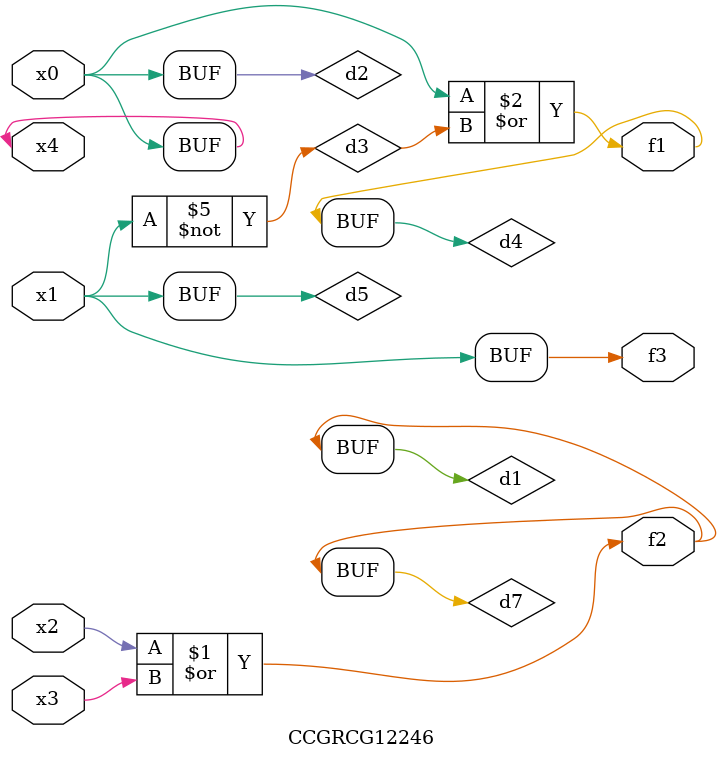
<source format=v>
module CCGRCG12246(
	input x0, x1, x2, x3, x4,
	output f1, f2, f3
);

	wire d1, d2, d3, d4, d5, d6, d7;

	or (d1, x2, x3);
	buf (d2, x0, x4);
	not (d3, x1);
	or (d4, d2, d3);
	not (d5, d3);
	nand (d6, d1, d3);
	or (d7, d1);
	assign f1 = d4;
	assign f2 = d7;
	assign f3 = d5;
endmodule

</source>
